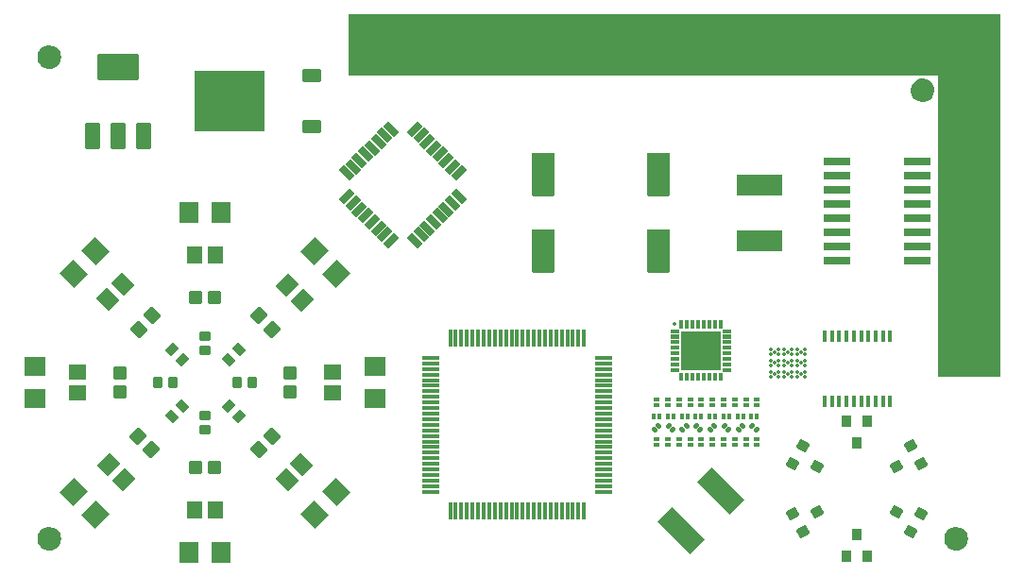
<source format=gbr>
%TF.GenerationSoftware,KiCad,Pcbnew,6.0.11-2627ca5db0~126~ubuntu20.04.1*%
%TF.CreationDate,2023-07-21T22:08:41+02:00*%
%TF.ProjectId,Demo Board v2,44656d6f-2042-46f6-9172-642076322e6b,rev?*%
%TF.SameCoordinates,Original*%
%TF.FileFunction,Soldermask,Top*%
%TF.FilePolarity,Negative*%
%FSLAX46Y46*%
G04 Gerber Fmt 4.6, Leading zero omitted, Abs format (unit mm)*
G04 Created by KiCad (PCBNEW 6.0.11-2627ca5db0~126~ubuntu20.04.1) date 2023-07-21 22:08:41*
%MOMM*%
%LPD*%
G01*
G04 APERTURE LIST*
G04 Aperture macros list*
%AMRoundRect*
0 Rectangle with rounded corners*
0 $1 Rounding radius*
0 $2 $3 $4 $5 $6 $7 $8 $9 X,Y pos of 4 corners*
0 Add a 4 corners polygon primitive as box body*
4,1,4,$2,$3,$4,$5,$6,$7,$8,$9,$2,$3,0*
0 Add four circle primitives for the rounded corners*
1,1,$1+$1,$2,$3*
1,1,$1+$1,$4,$5*
1,1,$1+$1,$6,$7*
1,1,$1+$1,$8,$9*
0 Add four rect primitives between the rounded corners*
20,1,$1+$1,$2,$3,$4,$5,0*
20,1,$1+$1,$4,$5,$6,$7,0*
20,1,$1+$1,$6,$7,$8,$9,0*
20,1,$1+$1,$8,$9,$2,$3,0*%
G04 Aperture macros list end*
%ADD10C,0.100000*%
%ADD11C,0.350000*%
%ADD12RoundRect,0.050800X0.251023X0.053033X0.053033X0.251023X-0.251023X-0.053033X-0.053033X-0.251023X0*%
%ADD13RoundRect,0.050800X0.650000X0.750000X-0.650000X0.750000X-0.650000X-0.750000X0.650000X-0.750000X0*%
%ADD14RoundRect,0.050800X0.035355X-0.742462X0.742462X-0.035355X-0.035355X0.742462X-0.742462X0.035355X0*%
%ADD15RoundRect,0.050800X0.800000X0.901500X-0.800000X0.901500X-0.800000X-0.901500X0.800000X-0.901500X0*%
%ADD16RoundRect,0.050800X0.140000X0.215000X-0.140000X0.215000X-0.140000X-0.215000X0.140000X-0.215000X0*%
%ADD17RoundRect,0.050800X0.989949X0.070711X0.070711X0.989949X-0.989949X-0.070711X-0.070711X-0.989949X0*%
%ADD18RoundRect,0.050800X0.215000X-0.140000X0.215000X0.140000X-0.215000X0.140000X-0.215000X-0.140000X0*%
%ADD19RoundRect,0.050800X0.135000X0.750000X-0.135000X0.750000X-0.135000X-0.750000X0.135000X-0.750000X0*%
%ADD20RoundRect,0.050800X0.750000X0.135000X-0.750000X0.135000X-0.750000X-0.135000X0.750000X-0.135000X0*%
%ADD21RoundRect,0.050800X-0.035355X0.742462X-0.742462X0.035355X0.035355X-0.742462X0.742462X-0.035355X0*%
%ADD22RoundRect,0.050800X0.589711X-0.121410X0.189711X0.571410X-0.589711X0.121410X-0.189711X-0.571410X0*%
%ADD23RoundRect,0.050800X-0.125000X-0.125000X0.125000X-0.125000X0.125000X0.125000X-0.125000X0.125000X0*%
%ADD24RoundRect,0.050800X-0.952500X1.905000X-0.952500X-1.905000X0.952500X-1.905000X0.952500X1.905000X0*%
%ADD25RoundRect,0.050800X0.053033X-0.251023X0.251023X-0.053033X-0.053033X0.251023X-0.251023X0.053033X0*%
%ADD26RoundRect,0.050800X-1.203142X-0.071771X-0.071771X-1.203142X1.203142X0.071771X0.071771X1.203142X0*%
%ADD27RoundRect,0.050800X0.350000X0.450000X-0.350000X0.450000X-0.350000X-0.450000X0.350000X-0.450000X0*%
%ADD28RoundRect,0.050800X0.565685X0.070711X0.070711X0.565685X-0.565685X-0.070711X-0.070711X-0.565685X0*%
%ADD29RoundRect,0.050800X-0.450000X0.350000X-0.450000X-0.350000X0.450000X-0.350000X0.450000X0.350000X0*%
%ADD30RoundRect,0.050800X-0.070711X0.989949X-0.989949X0.070711X0.070711X-0.989949X0.989949X-0.070711X0*%
%ADD31RoundRect,0.050800X-0.350000X-0.450000X0.350000X-0.450000X0.350000X0.450000X-0.350000X0.450000X0*%
%ADD32RoundRect,0.050800X-0.550000X0.500000X-0.550000X-0.500000X0.550000X-0.500000X0.550000X0.500000X0*%
%ADD33RoundRect,0.050800X0.189711X-0.571410X0.589711X0.121410X-0.189711X0.571410X-0.589711X-0.121410X0*%
%ADD34RoundRect,0.050800X-0.650000X-0.750000X0.650000X-0.750000X0.650000X0.750000X-0.650000X0.750000X0*%
%ADD35RoundRect,0.050800X-0.400000X-0.450000X0.400000X-0.450000X0.400000X0.450000X-0.400000X0.450000X0*%
%ADD36RoundRect,0.050800X-0.800000X-0.901500X0.800000X-0.901500X0.800000X0.901500X-0.800000X0.901500X0*%
%ADD37RoundRect,0.050800X0.500000X0.550000X-0.500000X0.550000X-0.500000X-0.550000X0.500000X-0.550000X0*%
%ADD38RoundRect,0.050800X0.070711X-0.565685X0.565685X-0.070711X-0.070711X0.565685X-0.565685X0.070711X0*%
%ADD39RoundRect,0.050800X-0.152400X-0.495300X0.152400X-0.495300X0.152400X0.495300X-0.152400X0.495300X0*%
%ADD40RoundRect,0.050800X-0.742462X-0.035355X-0.035355X-0.742462X0.742462X0.035355X0.035355X0.742462X0*%
%ADD41RoundRect,0.050800X-2.000000X0.900000X-2.000000X-0.900000X2.000000X-0.900000X2.000000X0.900000X0*%
%ADD42RoundRect,0.050800X0.071771X-1.203142X1.203142X-0.071771X-0.071771X1.203142X-1.203142X0.071771X0*%
%ADD43RoundRect,0.050800X-0.750000X0.650000X-0.750000X-0.650000X0.750000X-0.650000X0.750000X0.650000X0*%
%ADD44RoundRect,0.050800X-0.589711X0.121410X-0.189711X-0.571410X0.589711X-0.121410X0.189711X0.571410X0*%
%ADD45RoundRect,0.050800X0.400000X0.450000X-0.400000X0.450000X-0.400000X-0.450000X0.400000X-0.450000X0*%
%ADD46RoundRect,0.050800X-0.189711X0.571410X-0.589711X-0.121410X0.189711X-0.571410X0.589711X0.121410X0*%
%ADD47RoundRect,0.050800X0.952500X-1.905000X0.952500X1.905000X-0.952500X1.905000X-0.952500X-1.905000X0*%
%ADD48RoundRect,0.050800X-0.609600X-1.117600X0.609600X-1.117600X0.609600X1.117600X-0.609600X1.117600X0*%
%ADD49RoundRect,0.050800X-1.800000X-1.100000X1.800000X-1.100000X1.800000X1.100000X-1.800000X1.100000X0*%
%ADD50RoundRect,0.050800X0.750000X-0.650000X0.750000X0.650000X-0.750000X0.650000X-0.750000X-0.650000X0*%
%ADD51RoundRect,0.050800X0.742462X0.035355X0.035355X0.742462X-0.742462X-0.035355X-0.035355X-0.742462X0*%
%ADD52RoundRect,0.050800X0.800000X-0.500000X0.800000X0.500000X-0.800000X0.500000X-0.800000X-0.500000X0*%
%ADD53RoundRect,0.050800X3.100000X-2.700000X3.100000X2.700000X-3.100000X2.700000X-3.100000X-2.700000X0*%
%ADD54RoundRect,0.050800X0.070711X-0.989949X0.989949X-0.070711X-0.070711X0.989949X-0.989949X0.070711X0*%
%ADD55RoundRect,0.050800X-0.989949X-0.070711X-0.070711X-0.989949X0.989949X0.070711X0.070711X0.989949X0*%
%ADD56RoundRect,0.050800X-0.251447X-0.646578X0.646578X0.251447X0.251447X0.646578X-0.646578X-0.251447X0*%
%ADD57RoundRect,0.050800X0.251447X-0.646578X0.646578X-0.251447X-0.251447X0.646578X-0.646578X0.251447X0*%
%ADD58RoundRect,0.050800X0.901500X-0.800000X0.901500X0.800000X-0.901500X0.800000X-0.901500X-0.800000X0*%
%ADD59RoundRect,0.050800X-0.901500X0.800000X-0.901500X-0.800000X0.901500X-0.800000X0.901500X0.800000X0*%
%ADD60RoundRect,0.050800X-0.071771X1.203142X-1.203142X0.071771X0.071771X-1.203142X1.203142X-0.071771X0*%
%ADD61RoundRect,0.050800X0.777817X-2.050610X2.050610X-0.777817X-0.777817X2.050610X-2.050610X0.777817X0*%
%ADD62RoundRect,0.050800X0.450000X-0.350000X0.450000X0.350000X-0.450000X0.350000X-0.450000X-0.350000X0*%
%ADD63RoundRect,0.050800X1.203142X0.071771X0.071771X1.203142X-1.203142X-0.071771X-0.071771X-1.203142X0*%
%ADD64RoundRect,0.050800X1.100000X-0.300000X1.100000X0.300000X-1.100000X0.300000X-1.100000X-0.300000X0*%
G04 APERTURE END LIST*
D10*
X193040000Y-79560000D02*
X187500000Y-79560000D01*
X187500000Y-79560000D02*
X187500000Y-112000000D01*
X187500000Y-112000000D02*
X193040000Y-112000000D01*
X193040000Y-112000000D02*
X193040000Y-79560000D01*
G36*
X193040000Y-79560000D02*
G01*
X187500000Y-79560000D01*
X187500000Y-112000000D01*
X193040000Y-112000000D01*
X193040000Y-79560000D01*
G37*
X134710000Y-79560000D02*
X193000000Y-79560000D01*
X193000000Y-79560000D02*
X193000000Y-85000000D01*
X193000000Y-85000000D02*
X134710000Y-85000000D01*
X134710000Y-85000000D02*
X134710000Y-79560000D01*
G36*
X134710000Y-79560000D02*
G01*
X193000000Y-79560000D01*
X193000000Y-85000000D01*
X134710000Y-85000000D01*
X134710000Y-79560000D01*
G37*
%TO.C,FID-1*%
G36*
X108265410Y-125609278D02*
G01*
X108452119Y-125709076D01*
X108613326Y-125841374D01*
X108745624Y-126002581D01*
X108843930Y-126186499D01*
X108904466Y-126386062D01*
X108925217Y-126596750D01*
X108845422Y-126997910D01*
X108745624Y-127184619D01*
X108613326Y-127345826D01*
X108452119Y-127478124D01*
X108268201Y-127576430D01*
X108068638Y-127636966D01*
X107857950Y-127657717D01*
X107456790Y-127577922D01*
X107270081Y-127478124D01*
X107108874Y-127345826D01*
X106976576Y-127184619D01*
X106878270Y-127000701D01*
X106817734Y-126801138D01*
X106796983Y-126590450D01*
X106876778Y-126189290D01*
X106976576Y-126002581D01*
X107108874Y-125841374D01*
X107270081Y-125709076D01*
X107453999Y-125610770D01*
X107653562Y-125550234D01*
X107864250Y-125529483D01*
X108265410Y-125609278D01*
G37*
%TO.C,QFN-32*%
G36*
X165206100Y-107778600D02*
G01*
X164856100Y-107778600D01*
X164856100Y-107028600D01*
X165206100Y-107028600D01*
X165206100Y-107778600D01*
G37*
G36*
X166706100Y-107778600D02*
G01*
X166356100Y-107778600D01*
X166356100Y-107028600D01*
X166706100Y-107028600D01*
X166706100Y-107778600D01*
G37*
G36*
X169006100Y-108178600D02*
G01*
X168256100Y-108178600D01*
X168256100Y-107828600D01*
X169006100Y-107828600D01*
X169006100Y-108178600D01*
G37*
G36*
X164306100Y-111678600D02*
G01*
X163556100Y-111678600D01*
X163556100Y-111328600D01*
X164306100Y-111328600D01*
X164306100Y-111678600D01*
G37*
G36*
X165706100Y-112478600D02*
G01*
X165356100Y-112478600D01*
X165356100Y-111728600D01*
X165706100Y-111728600D01*
X165706100Y-112478600D01*
G37*
G36*
X166706100Y-112478600D02*
G01*
X166356100Y-112478600D01*
X166356100Y-111728600D01*
X166706100Y-111728600D01*
X166706100Y-112478600D01*
G37*
G36*
X166206100Y-112478600D02*
G01*
X165856100Y-112478600D01*
X165856100Y-111728600D01*
X166206100Y-111728600D01*
X166206100Y-112478600D01*
G37*
G36*
X167206100Y-107778600D02*
G01*
X166856100Y-107778600D01*
X166856100Y-107028600D01*
X167206100Y-107028600D01*
X167206100Y-107778600D01*
G37*
G36*
X164306100Y-110678600D02*
G01*
X163556100Y-110678600D01*
X163556100Y-110328600D01*
X164306100Y-110328600D01*
X164306100Y-110678600D01*
G37*
G36*
X169006100Y-110178600D02*
G01*
X168256100Y-110178600D01*
X168256100Y-109828600D01*
X169006100Y-109828600D01*
X169006100Y-110178600D01*
G37*
G36*
X165206100Y-112478600D02*
G01*
X164856100Y-112478600D01*
X164856100Y-111728600D01*
X165206100Y-111728600D01*
X165206100Y-112478600D01*
G37*
G36*
X169006100Y-111678600D02*
G01*
X168256100Y-111678600D01*
X168256100Y-111328600D01*
X169006100Y-111328600D01*
X169006100Y-111678600D01*
G37*
G36*
X169006100Y-111178600D02*
G01*
X168256100Y-111178600D01*
X168256100Y-110828600D01*
X169006100Y-110828600D01*
X169006100Y-111178600D01*
G37*
G36*
X169006100Y-109178600D02*
G01*
X168256100Y-109178600D01*
X168256100Y-108828600D01*
X169006100Y-108828600D01*
X169006100Y-109178600D01*
G37*
G36*
X169006100Y-109678600D02*
G01*
X168256100Y-109678600D01*
X168256100Y-109328600D01*
X169006100Y-109328600D01*
X169006100Y-109678600D01*
G37*
G36*
X164706100Y-112478600D02*
G01*
X164356100Y-112478600D01*
X164356100Y-111728600D01*
X164706100Y-111728600D01*
X164706100Y-112478600D01*
G37*
G36*
X164306100Y-109178600D02*
G01*
X163556100Y-109178600D01*
X163556100Y-108828600D01*
X164306100Y-108828600D01*
X164306100Y-109178600D01*
G37*
G36*
X167706100Y-107778600D02*
G01*
X167356100Y-107778600D01*
X167356100Y-107028600D01*
X167706100Y-107028600D01*
X167706100Y-107778600D01*
G37*
G36*
X166206100Y-107778600D02*
G01*
X165856100Y-107778600D01*
X165856100Y-107028600D01*
X166206100Y-107028600D01*
X166206100Y-107778600D01*
G37*
G36*
X168206100Y-107778600D02*
G01*
X167856100Y-107778600D01*
X167856100Y-107028600D01*
X168206100Y-107028600D01*
X168206100Y-107778600D01*
G37*
G36*
X169006100Y-108678600D02*
G01*
X168256100Y-108678600D01*
X168256100Y-108328600D01*
X169006100Y-108328600D01*
X169006100Y-108678600D01*
G37*
G36*
X167706100Y-112478600D02*
G01*
X167356100Y-112478600D01*
X167356100Y-111728600D01*
X167706100Y-111728600D01*
X167706100Y-112478600D01*
G37*
G36*
X168031100Y-111503600D02*
G01*
X164531100Y-111503600D01*
X164531100Y-108003600D01*
X168031100Y-108003600D01*
X168031100Y-111503600D01*
G37*
G36*
X165706100Y-107778600D02*
G01*
X165356100Y-107778600D01*
X165356100Y-107028600D01*
X165706100Y-107028600D01*
X165706100Y-107778600D01*
G37*
G36*
X164306100Y-110178600D02*
G01*
X163556100Y-110178600D01*
X163556100Y-109828600D01*
X164306100Y-109828600D01*
X164306100Y-110178600D01*
G37*
G36*
X164306100Y-109678600D02*
G01*
X163556100Y-109678600D01*
X163556100Y-109328600D01*
X164306100Y-109328600D01*
X164306100Y-109678600D01*
G37*
G36*
X169006100Y-110678600D02*
G01*
X168256100Y-110678600D01*
X168256100Y-110328600D01*
X169006100Y-110328600D01*
X169006100Y-110678600D01*
G37*
G36*
X164306100Y-108678600D02*
G01*
X163556100Y-108678600D01*
X163556100Y-108328600D01*
X164306100Y-108328600D01*
X164306100Y-108678600D01*
G37*
G36*
X164706100Y-107778600D02*
G01*
X164356100Y-107778600D01*
X164356100Y-107028600D01*
X164706100Y-107028600D01*
X164706100Y-107778600D01*
G37*
G36*
X164306100Y-111178600D02*
G01*
X163556100Y-111178600D01*
X163556100Y-110828600D01*
X164306100Y-110828600D01*
X164306100Y-111178600D01*
G37*
G36*
X168206100Y-112478600D02*
G01*
X167856100Y-112478600D01*
X167856100Y-111728600D01*
X168206100Y-111728600D01*
X168206100Y-112478600D01*
G37*
G36*
X167206100Y-112478600D02*
G01*
X166856100Y-112478600D01*
X166856100Y-111728600D01*
X167206100Y-111728600D01*
X167206100Y-112478600D01*
G37*
G36*
X164306100Y-108178600D02*
G01*
X163556100Y-108178600D01*
X163556100Y-107828600D01*
X164306100Y-107828600D01*
X164306100Y-108178600D01*
G37*
%TO.C,FID-4*%
G36*
X189545410Y-125609278D02*
G01*
X189732119Y-125709076D01*
X189893326Y-125841374D01*
X190025624Y-126002581D01*
X190123930Y-126186499D01*
X190184466Y-126386062D01*
X190205217Y-126596750D01*
X190125422Y-126997910D01*
X190025624Y-127184619D01*
X189893326Y-127345826D01*
X189732119Y-127478124D01*
X189548201Y-127576430D01*
X189348638Y-127636966D01*
X189137950Y-127657717D01*
X188736790Y-127577922D01*
X188550081Y-127478124D01*
X188388874Y-127345826D01*
X188256576Y-127184619D01*
X188158270Y-127000701D01*
X188097734Y-126801138D01*
X188076983Y-126590450D01*
X188156778Y-126189290D01*
X188256576Y-126002581D01*
X188388874Y-125841374D01*
X188550081Y-125709076D01*
X188733999Y-125610770D01*
X188933562Y-125550234D01*
X189144250Y-125529483D01*
X189545410Y-125609278D01*
G37*
%TO.C,FID-3*%
G36*
X186545410Y-85429278D02*
G01*
X186732119Y-85529076D01*
X186893326Y-85661374D01*
X187025624Y-85822581D01*
X187123930Y-86006499D01*
X187184466Y-86206062D01*
X187205217Y-86416750D01*
X187125422Y-86817910D01*
X187025624Y-87004619D01*
X186893326Y-87165826D01*
X186732119Y-87298124D01*
X186548201Y-87396430D01*
X186348638Y-87456966D01*
X186137950Y-87477717D01*
X185736790Y-87397922D01*
X185550081Y-87298124D01*
X185388874Y-87165826D01*
X185256576Y-87004619D01*
X185158270Y-86820701D01*
X185097734Y-86621138D01*
X185076983Y-86410450D01*
X185156778Y-86009290D01*
X185256576Y-85822581D01*
X185388874Y-85661374D01*
X185550081Y-85529076D01*
X185733999Y-85430770D01*
X185933562Y-85370234D01*
X186144250Y-85349483D01*
X186545410Y-85429278D01*
G37*
%TO.C,FID-2*%
G36*
X108265410Y-82429278D02*
G01*
X108452119Y-82529076D01*
X108613326Y-82661374D01*
X108745624Y-82822581D01*
X108843930Y-83006499D01*
X108904466Y-83206062D01*
X108925217Y-83416750D01*
X108845422Y-83817910D01*
X108745624Y-84004619D01*
X108613326Y-84165826D01*
X108452119Y-84298124D01*
X108268201Y-84396430D01*
X108068638Y-84456966D01*
X107857950Y-84477717D01*
X107456790Y-84397922D01*
X107270081Y-84298124D01*
X107108874Y-84165826D01*
X106976576Y-84004619D01*
X106878270Y-83820701D01*
X106817734Y-83621138D01*
X106796983Y-83410450D01*
X106876778Y-83009290D01*
X106976576Y-82822581D01*
X107108874Y-82661374D01*
X107270081Y-82529076D01*
X107453999Y-82430770D01*
X107653562Y-82370234D01*
X107864250Y-82349483D01*
X108265410Y-82429278D01*
G37*
%TD*%
D11*
%TO.C,TLI493d*%
X172542000Y-112100000D03*
X172542000Y-111642000D03*
X172871000Y-111871000D03*
X173200000Y-112100000D03*
X173200000Y-111642000D03*
%TD*%
%TO.C,TLI493d*%
X172542000Y-111100000D03*
X172542000Y-110642000D03*
X172871000Y-110871000D03*
X173200000Y-111100000D03*
X173200000Y-110642000D03*
%TD*%
%TO.C,TLI493d*%
X172542000Y-110100000D03*
X172542000Y-109642000D03*
X172871000Y-109871000D03*
X173200000Y-110100000D03*
X173200000Y-109642000D03*
%TD*%
%TO.C,TLI493d*%
X174942000Y-112100000D03*
X174942000Y-111642000D03*
X175271000Y-111871000D03*
X175600000Y-112100000D03*
X175600000Y-111642000D03*
%TD*%
%TO.C,TLI493d*%
X173742000Y-112100000D03*
X173742000Y-111642000D03*
X174071000Y-111871000D03*
X174400000Y-112100000D03*
X174400000Y-111642000D03*
%TD*%
%TO.C,TLI493d*%
X174942000Y-111100000D03*
X174942000Y-110642000D03*
X175271000Y-110871000D03*
X175600000Y-111100000D03*
X175600000Y-110642000D03*
%TD*%
%TO.C,TLI493d*%
X174942000Y-110100000D03*
X174942000Y-109642000D03*
X175271000Y-109871000D03*
X175600000Y-110100000D03*
X175600000Y-109642000D03*
%TD*%
%TO.C,TLI493d*%
X173742000Y-110100000D03*
X173742000Y-109642000D03*
X174071000Y-109871000D03*
X174400000Y-110100000D03*
X174400000Y-109642000D03*
%TD*%
%TO.C,TLI493d*%
X173742000Y-111100000D03*
X173742000Y-110642000D03*
X174071000Y-110871000D03*
X174400000Y-111100000D03*
X174400000Y-110642000D03*
%TD*%
D12*
%TO.C,E$26*%
X171231412Y-116833912D03*
X170870788Y-116473288D03*
%TD*%
D13*
%TO.C,R0805-1*%
X122781100Y-101193600D03*
X120881100Y-101193600D03*
%TD*%
D14*
%TO.C,R0603-8*%
X115896059Y-107827141D03*
X117098141Y-106625059D03*
%TD*%
D15*
%TO.C,R1206-5*%
X123253100Y-127863600D03*
X120409100Y-127863600D03*
%TD*%
D16*
%TO.C,E$12*%
X163806100Y-115653600D03*
X163296100Y-115653600D03*
%TD*%
D17*
%TO.C,R0805-6*%
X114510879Y-121287326D03*
X113167377Y-119943824D03*
%TD*%
D18*
%TO.C,E$8*%
X169301100Y-114658600D03*
X169301100Y-114148600D03*
%TD*%
D19*
%TO.C,TQFP-100*%
X155801100Y-108653600D03*
X155301100Y-108653600D03*
X154801100Y-108653600D03*
X154301100Y-108653600D03*
X153801100Y-108653600D03*
X153301100Y-108653600D03*
X152801100Y-108653600D03*
X152301100Y-108653600D03*
X151801100Y-108653600D03*
X151301100Y-108653600D03*
X150801100Y-108653600D03*
X150301100Y-108653600D03*
X149801100Y-108653600D03*
X149301100Y-108653600D03*
X148801100Y-108653600D03*
X148301100Y-108653600D03*
X147801100Y-108653600D03*
X147301100Y-108653600D03*
X146801100Y-108653600D03*
X146301100Y-108653600D03*
X145801100Y-108653600D03*
X145301100Y-108653600D03*
X144801100Y-108653600D03*
X144301100Y-108653600D03*
X143801100Y-108653600D03*
D20*
X142051100Y-110403600D03*
X142051100Y-110903600D03*
X142051100Y-111403600D03*
X142051100Y-111903600D03*
X142051100Y-112403600D03*
X142051100Y-112903600D03*
X142051100Y-113403600D03*
X142051100Y-113903600D03*
X142051100Y-114403600D03*
X142051100Y-114903600D03*
X142051100Y-115403600D03*
X142051100Y-115903600D03*
X142051100Y-116403600D03*
X142051100Y-116903600D03*
X142051100Y-117403600D03*
X142051100Y-117903600D03*
X142051100Y-118403600D03*
X142051100Y-118903600D03*
X142051100Y-119403600D03*
X142051100Y-119903600D03*
X142051100Y-120403600D03*
X142051100Y-120903600D03*
X142051100Y-121403600D03*
X142051100Y-121903600D03*
X142051100Y-122403600D03*
D19*
X143801100Y-124153600D03*
X144301100Y-124153600D03*
X144801100Y-124153600D03*
X145301100Y-124153600D03*
X145801100Y-124153600D03*
X146301100Y-124153600D03*
X146801100Y-124153600D03*
X147301100Y-124153600D03*
X147801100Y-124153600D03*
X148301100Y-124153600D03*
X148801100Y-124153600D03*
X149301100Y-124153600D03*
X149801100Y-124153600D03*
X150301100Y-124153600D03*
X150801100Y-124153600D03*
X151301100Y-124153600D03*
X151801100Y-124153600D03*
X152301100Y-124153600D03*
X152801100Y-124153600D03*
X153301100Y-124153600D03*
X153801100Y-124153600D03*
X154301100Y-124153600D03*
X154801100Y-124153600D03*
X155301100Y-124153600D03*
X155801100Y-124153600D03*
D20*
X157551100Y-122403600D03*
X157551100Y-121903600D03*
X157551100Y-121403600D03*
X157551100Y-120903600D03*
X157551100Y-120403600D03*
X157551100Y-119903600D03*
X157551100Y-119403600D03*
X157551100Y-118903600D03*
X157551100Y-118403600D03*
X157551100Y-117903600D03*
X157551100Y-117403600D03*
X157551100Y-116903600D03*
X157551100Y-116403600D03*
X157551100Y-115903600D03*
X157551100Y-115403600D03*
X157551100Y-114903600D03*
X157551100Y-114403600D03*
X157551100Y-113903600D03*
X157551100Y-113403600D03*
X157551100Y-112903600D03*
X157551100Y-112403600D03*
X157551100Y-111903600D03*
X157551100Y-111403600D03*
X157551100Y-110903600D03*
X157551100Y-110403600D03*
%TD*%
D16*
%TO.C,E$15*%
X167556100Y-115653600D03*
X167046100Y-115653600D03*
%TD*%
D21*
%TO.C,R0603-4*%
X127829641Y-117420059D03*
X126627559Y-118622141D03*
%TD*%
D22*
%TO.C,SOT-23-2*%
X186037125Y-119931324D03*
X185087125Y-118285876D03*
X183830075Y-120108600D03*
%TD*%
D18*
%TO.C,E$33*%
X168301100Y-118158600D03*
X168301100Y-117648600D03*
%TD*%
D23*
%TO.C,QFN-32*%
X163866100Y-107338600D03*
%TD*%
D24*
%TO.C,C2*%
X162449100Y-100812600D03*
X162449100Y-93954600D03*
%TD*%
D25*
%TO.C,E$25*%
X169620788Y-116833912D03*
X169981412Y-116473288D03*
%TD*%
D26*
%TO.C,R1206-6*%
X110030594Y-122413094D03*
X112041606Y-124424106D03*
%TD*%
D27*
%TO.C,R0402-7*%
X118925100Y-112623600D03*
X117625100Y-112623600D03*
%TD*%
D28*
%TO.C,R0402-4*%
X124830719Y-115623219D03*
X123911481Y-114703981D03*
%TD*%
D18*
%TO.C,E$30*%
X165301100Y-118158600D03*
X165301100Y-117648600D03*
%TD*%
D16*
%TO.C,E$13*%
X165056100Y-115653600D03*
X164546100Y-115653600D03*
%TD*%
D18*
%TO.C,E$29*%
X164301100Y-118158600D03*
X164301100Y-117648600D03*
%TD*%
%TO.C,E$5*%
X166301100Y-114658600D03*
X166301100Y-114148600D03*
%TD*%
D29*
%TO.C,R0402-1*%
X121831100Y-108417600D03*
X121831100Y-109717600D03*
%TD*%
D30*
%TO.C,R0805-4*%
X130494826Y-119943821D03*
X129151324Y-121287323D03*
%TD*%
D31*
%TO.C,R0402-3*%
X124737100Y-112623600D03*
X126037100Y-112623600D03*
%TD*%
D32*
%TO.C,R0603-3*%
X129451100Y-111773600D03*
X129451100Y-113473600D03*
%TD*%
D33*
%TO.C,SOT-23-3*%
X185087125Y-126011324D03*
X186037125Y-124365876D03*
X183830075Y-124188600D03*
%TD*%
D34*
%TO.C,R0805-5*%
X120881100Y-124053600D03*
X122781100Y-124053600D03*
%TD*%
D18*
%TO.C,E$4*%
X165301100Y-114658600D03*
X165301100Y-114148600D03*
%TD*%
D25*
%TO.C,E$23*%
X167120788Y-116833912D03*
X167481412Y-116473288D03*
%TD*%
D35*
%TO.C,SOT-23-4*%
X179301100Y-128228600D03*
X181201100Y-128228600D03*
X180251100Y-126228600D03*
%TD*%
D32*
%TO.C,R0603-7*%
X114211100Y-111773600D03*
X114211100Y-113473600D03*
%TD*%
D36*
%TO.C,R1206-1*%
X120409100Y-97383600D03*
X123253100Y-97383600D03*
%TD*%
D37*
%TO.C,R0603-5*%
X122681100Y-120243600D03*
X120981100Y-120243600D03*
%TD*%
D38*
%TO.C,R0402-6*%
X118831481Y-115623219D03*
X119750719Y-114703981D03*
%TD*%
D39*
%TO.C,TSSOP-20*%
X177376100Y-114321400D03*
X178026100Y-114321400D03*
X178676100Y-114321400D03*
X179326100Y-114321400D03*
X179976100Y-114321400D03*
X180626100Y-114321400D03*
X181276100Y-114321400D03*
X181926100Y-114321400D03*
X182576100Y-114321400D03*
X183226100Y-114321400D03*
X183226100Y-108485800D03*
X182576100Y-108485800D03*
X181926100Y-108485800D03*
X181276100Y-108485800D03*
X180626100Y-108485800D03*
X179976100Y-108485800D03*
X179326100Y-108485800D03*
X178676100Y-108485800D03*
X178026100Y-108485800D03*
X177376100Y-108485800D03*
%TD*%
D40*
%TO.C,R0603-6*%
X115832559Y-117420059D03*
X117034641Y-118622141D03*
%TD*%
D18*
%TO.C,E$28*%
X163301100Y-118158600D03*
X163301100Y-117648600D03*
%TD*%
%TO.C,E$34*%
X169301100Y-118158600D03*
X169301100Y-117648600D03*
%TD*%
D16*
%TO.C,E11*%
X162556100Y-115653600D03*
X162046100Y-115653600D03*
%TD*%
D41*
%TO.C,L2*%
X171501100Y-94903600D03*
X171501100Y-99903600D03*
%TD*%
D18*
%TO.C,E$7*%
X168301100Y-114658600D03*
X168301100Y-114148600D03*
%TD*%
D38*
%TO.C,R0402-2*%
X123911481Y-110543219D03*
X124830719Y-109623981D03*
%TD*%
D42*
%TO.C,R1206-8*%
X110030594Y-102834106D03*
X112041606Y-100823094D03*
%TD*%
D43*
%TO.C,R0805-3*%
X133261100Y-111673600D03*
X133261100Y-113573600D03*
%TD*%
D18*
%TO.C,E$3*%
X164301100Y-114658600D03*
X164301100Y-114148600D03*
%TD*%
D44*
%TO.C,SOT-23-5*%
X174465075Y-124365876D03*
X175415075Y-126011324D03*
X176672125Y-124188600D03*
%TD*%
D45*
%TO.C,SOT-23-1*%
X181201100Y-116068600D03*
X179301100Y-116068600D03*
X180251100Y-118068600D03*
%TD*%
D18*
%TO.C,E$31*%
X166301100Y-118158600D03*
X166301100Y-117648600D03*
%TD*%
D46*
%TO.C,SOT-23-6*%
X175415075Y-118285876D03*
X174465075Y-119931324D03*
X176672125Y-120108600D03*
%TD*%
D37*
%TO.C,R0603-1*%
X122681100Y-105003600D03*
X120981100Y-105003600D03*
%TD*%
D47*
%TO.C,C1*%
X152163600Y-93954600D03*
X152163600Y-100812600D03*
%TD*%
D48*
%TO.C,SOT-223-1*%
X111739700Y-90502400D03*
X114051100Y-90502400D03*
X116362500Y-90502400D03*
D49*
X114051100Y-84304600D03*
%TD*%
D50*
%TO.C,R0805-7*%
X110401100Y-113573600D03*
X110401100Y-111673600D03*
%TD*%
D12*
%TO.C,E$20*%
X163731412Y-116833912D03*
X163370788Y-116473288D03*
%TD*%
D25*
%TO.C,E$21*%
X164620788Y-116833912D03*
X164981412Y-116473288D03*
%TD*%
D51*
%TO.C,R0603-2*%
X127829641Y-107827141D03*
X126627559Y-106625059D03*
%TD*%
D18*
%TO.C,E$2*%
X163301100Y-114658600D03*
X163301100Y-114148600D03*
%TD*%
D12*
%TO.C,E$22*%
X166231412Y-116833912D03*
X165870788Y-116473288D03*
%TD*%
D25*
%TO.C,E$19*%
X162120788Y-116833912D03*
X162481412Y-116473288D03*
%TD*%
D28*
%TO.C,R0402-8*%
X119750719Y-110543219D03*
X118831481Y-109623981D03*
%TD*%
D52*
%TO.C,SOT-252-1*%
X131351100Y-89683600D03*
X131351100Y-85123600D03*
D53*
X124051100Y-87403600D03*
%TD*%
D16*
%TO.C,E$14*%
X166306100Y-115653600D03*
X165796100Y-115653600D03*
%TD*%
D18*
%TO.C,E$6*%
X167301100Y-114658600D03*
X167301100Y-114148600D03*
%TD*%
D54*
%TO.C,R0805-8*%
X113103874Y-105176380D03*
X114447376Y-103832878D03*
%TD*%
D55*
%TO.C,R0805-2*%
X129214820Y-103896374D03*
X130558322Y-105239876D03*
%TD*%
D16*
%TO.C,E$16*%
X168806100Y-115653600D03*
X168296100Y-115653600D03*
%TD*%
D56*
%TO.C,TQFP-32-1*%
X134535874Y-95959028D03*
X135101560Y-96524713D03*
X135667245Y-97090398D03*
X136232931Y-97656084D03*
X136798616Y-98221769D03*
X137364302Y-98787455D03*
X137929987Y-99353140D03*
X138495672Y-99918826D03*
D57*
X140606528Y-99918826D03*
X141172213Y-99353140D03*
X141737898Y-98787455D03*
X142303584Y-98221769D03*
X142869269Y-97656084D03*
X143434955Y-97090398D03*
X144000640Y-96524713D03*
X144566326Y-95959028D03*
D56*
X144566326Y-93848172D03*
X144000640Y-93282487D03*
X143434955Y-92716802D03*
X142869269Y-92151116D03*
X142303584Y-91585431D03*
X141737898Y-91019745D03*
X141172213Y-90454060D03*
X140606528Y-89888374D03*
D57*
X138495672Y-89888374D03*
X137929987Y-90454060D03*
X137364302Y-91019745D03*
X136798616Y-91585431D03*
X136232931Y-92151116D03*
X135667245Y-92716802D03*
X135101560Y-93282487D03*
X134535874Y-93848172D03*
%TD*%
D18*
%TO.C,E1*%
X162301100Y-114658600D03*
X162301100Y-114148600D03*
%TD*%
D12*
%TO.C,E$24*%
X168731412Y-116833912D03*
X168370788Y-116473288D03*
%TD*%
D18*
%TO.C,E27*%
X162301100Y-118158600D03*
X162301100Y-117648600D03*
%TD*%
D58*
%TO.C,R1206-3*%
X137071100Y-114045600D03*
X137071100Y-111201600D03*
%TD*%
D59*
%TO.C,R1206-7*%
X106591100Y-111201600D03*
X106591100Y-114045600D03*
%TD*%
D60*
%TO.C,R1206-4*%
X133631606Y-122413094D03*
X131620594Y-124424106D03*
%TD*%
D61*
%TO.C,L1*%
X164533333Y-125921367D03*
X168068867Y-122385833D03*
%TD*%
D18*
%TO.C,E36*%
X171301100Y-118158600D03*
X171301100Y-117648600D03*
%TD*%
%TO.C,E10*%
X171301100Y-114658600D03*
X171301100Y-114148600D03*
%TD*%
D16*
%TO.C,E18*%
X171306100Y-115653600D03*
X170796100Y-115653600D03*
%TD*%
%TO.C,E$17*%
X170056100Y-115653600D03*
X169546100Y-115653600D03*
%TD*%
D62*
%TO.C,R0402-5*%
X121831100Y-116829600D03*
X121831100Y-115529600D03*
%TD*%
D63*
%TO.C,R1206-2*%
X133631606Y-102834106D03*
X131620594Y-100823094D03*
%TD*%
D18*
%TO.C,E$9*%
X170301100Y-114658600D03*
X170301100Y-114148600D03*
%TD*%
D64*
%TO.C,SOP-16-1*%
X185701100Y-101698600D03*
X185701100Y-100428600D03*
X185701100Y-99158600D03*
X185701100Y-97888600D03*
X185701100Y-96618600D03*
X185701100Y-95348600D03*
X185701100Y-94078600D03*
X185701100Y-92808600D03*
X178501100Y-92808600D03*
X178501100Y-94078600D03*
X178501100Y-95348600D03*
X178501100Y-96618600D03*
X178501100Y-97888600D03*
X178501100Y-99158600D03*
X178501100Y-100428600D03*
X178501100Y-101698600D03*
%TD*%
D18*
%TO.C,E$35*%
X170301100Y-118158600D03*
X170301100Y-117648600D03*
%TD*%
%TO.C,E$32*%
X167301100Y-118158600D03*
X167301100Y-117648600D03*
%TD*%
M02*

</source>
